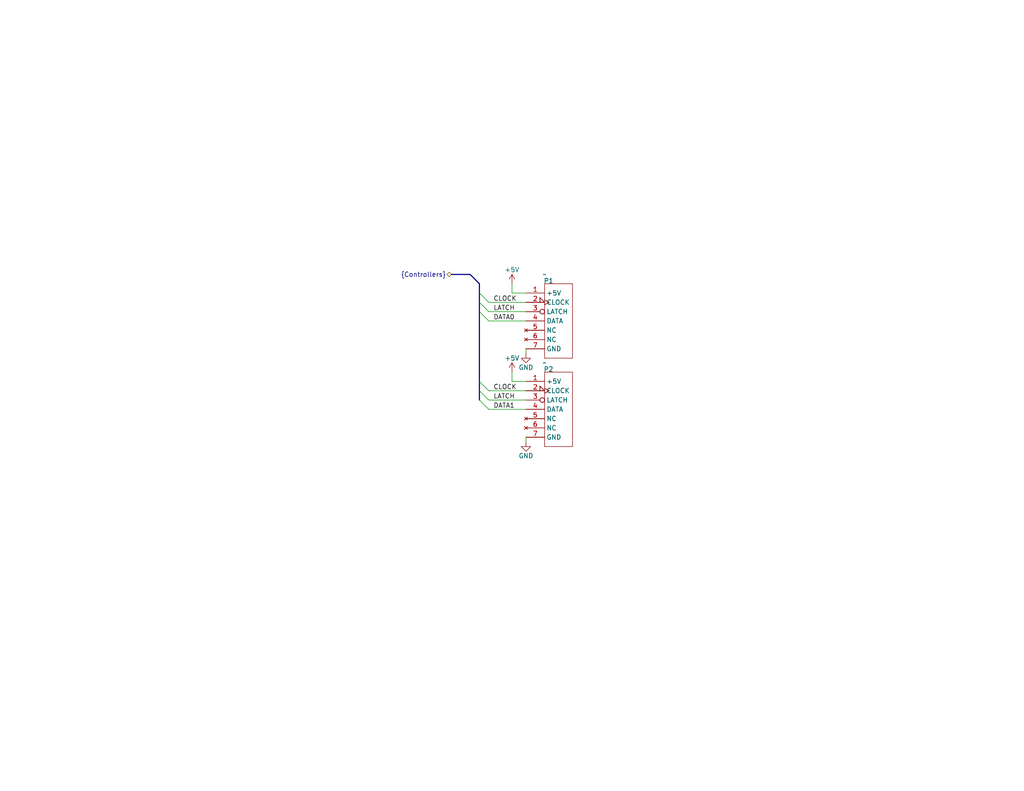
<source format=kicad_sch>
(kicad_sch (version 20230121) (generator eeschema)
  (paper "USLetter")
  (lib_symbols
    (symbol "Turaco:SNES_CONTROLLER"
      (property "Reference" "P" (at 0.2866 -1.7931 0))
      (symbol "SNES_CONTROLLER_0_1"
        (rectangle (start 0 -2.54) (end 7.62 -22.86))
      )
      (symbol "SNES_CONTROLLER_1_1"
        (pin power_in line (at -5.08 -5.08 0) (length 5.08) (name "+5V") (number "1"))
        (pin input clock_low (at -5.08 -7.62 0) (length 5.08) (name "CLOCK") (number "2"))
        (pin input inverted (at -5.08 -10.16 0) (length 5.08) (name "LATCH") (number "3"))
        (pin input line (at -5.08 -12.7 0) (length 5.08) (name "DATA") (number "4"))
        (pin no_connect line (at -5.08 -15.24 0) (length 5.08) (name "NC") (number "5"))
        (pin no_connect line (at -5.08 -17.78 0) (length 5.08) (name "NC") (number "6"))
        (pin power_in line (at -5.08 -20.32 0) (length 5.08) (name "GND") (number "7"))
      )
    )
    (symbol "power:+5V" (power) (pin_names (offset 0))
      (property "Value" "+5V" (at 0 3.556 0))
      (symbol "+5V_0_1"
        (polyline (pts (xy -0.762 1.27) (xy 0 2.54)))
        (polyline (pts (xy 0 0) (xy 0 2.54)))
        (polyline (pts (xy 0 2.54) (xy 0.762 1.27)))
      )
      (symbol "+5V_1_1"
        (pin power_in line (at 0 0 90) (length 0) hide (name "+5V") (number "1"))
      )
    )
    (symbol "power:GND" (power) (pin_names (offset 0))
      (property "Value" "GND" (at 0 -3.81 0))
      (symbol "GND_0_1"
        (polyline (pts (xy 0 0) (xy 0 -1.27) (xy 1.27 -1.27) (xy 0 -2.54) (xy -1.27 -1.27) (xy 0 -1.27)))
      )
      (symbol "GND_1_1"
        (pin power_in line (at 0 0 270) (length 0) hide (name "GND") (number "1"))
      )
    )
  )
  (bus_entry (at 130.81 104.14) (size 2.54 2.54))
  (bus_entry (at 130.81 85.09) (size 2.54 2.54))
  (bus_entry (at 130.81 80.01) (size 2.54 2.54))
  (bus_entry (at 130.81 106.68) (size 2.54 2.54))
  (bus_entry (at 130.81 109.22) (size 2.54 2.54))
  (bus_entry (at 130.81 82.55) (size 2.54 2.54))
  (bus (pts (xy 130.81 104.14) (xy 130.81 106.68)))
  (wire (pts (xy 133.35 111.76) (xy 143.51 111.76)))
  (wire (pts (xy 143.51 96.52) (xy 143.51 95.25)))
  (wire (pts (xy 133.35 87.63) (xy 143.51 87.63)))
  (wire (pts (xy 139.7 77.47) (xy 139.7 80.01)))
  (wire (pts (xy 139.7 80.01) (xy 143.51 80.01)))
  (bus (pts (xy 128.27 74.93) (xy 130.81 77.47)))
  (bus (pts (xy 128.27 74.93) (xy 123.19 74.93)))
  (wire (pts (xy 133.35 85.09) (xy 143.51 85.09)))
  (bus (pts (xy 130.81 85.09) (xy 130.81 104.14)))
  (bus (pts (xy 130.81 80.01) (xy 130.81 82.55)))
  (bus (pts (xy 130.81 106.68) (xy 130.81 109.22)))
  (wire (pts (xy 133.35 82.55) (xy 143.51 82.55)))
  (wire (pts (xy 133.35 109.22) (xy 143.51 109.22)))
  (wire (pts (xy 143.51 120.65) (xy 143.51 119.38)))
  (wire (pts (xy 139.7 104.14) (xy 143.51 104.14)))
  (wire (pts (xy 139.7 101.6) (xy 139.7 104.14)))
  (bus (pts (xy 130.81 77.47) (xy 130.81 80.01)))
  (bus (pts (xy 130.81 82.55) (xy 130.81 85.09)))
  (wire (pts (xy 133.35 106.68) (xy 143.51 106.68)))
  (label "LATCH" (at 134.62 85.09 0))
  (label "DATA0" (at 134.62 87.63 0))
  (label "CLOCK" (at 134.62 82.55 0))
  (label "LATCH" (at 134.62 109.22 0))
  (label "CLOCK" (at 134.62 106.68 0))
  (label "DATA1" (at 134.62 111.76 0))
  (hierarchical_label "{Controllers}" (shape bidirectional) (at 123.19 74.93 180))
  (symbol (lib_id "Turaco:SNES_CONTROLLER") (at 148.59 99.06 0) (unit 1)
    (property "Reference" "P2" (at 148.3333 100.803 0) (effects (justify left)))
    (property "Value" "~" (at 148.59 99.06 0))
  )
  (symbol (lib_id "power:GND") (at 143.51 96.52 0) (unit 1)
    (property "Reference" "#PWR021" (effects hide))
    (property "Value" "GND" (at 143.51 100.33 0))
    (instances (project "Revision 2" (path "" (reference "#PWR021") (unit 1)) (path "" (reference "#PWR0112") (unit 1))))
  )
  (symbol (lib_id "power:+5V") (at 139.7 101.6 0) (unit 1)
    (property "Reference" "#PWR025" (effects hide))
    (property "Value" "+5V" (at 139.7 97.79 0))
    (instances (project "Revision 2" (path "" (reference "#PWR025") (unit 1)) (path "" (reference "#PWR0111") (unit 1))))
  )
  (symbol (lib_id "Turaco:SNES_CONTROLLER") (at 148.59 74.93 0) (unit 1)
    (property "Reference" "P1" (at 148.3333 76.673 0) (effects (justify left)))
    (property "Value" "~" (at 148.59 74.93 0))
  )
  (symbol (lib_id "power:GND") (at 143.51 120.65 0) (unit 1)
    (property "Reference" "#PWR024" (effects hide))
    (property "Value" "GND" (at 143.51 124.46 0))
    (instances (project "Revision 2" (path "" (reference "#PWR024") (unit 1)) (path "" (reference "#PWR0113") (unit 1))))
  )
  (symbol (lib_id "power:+5V") (at 139.7 77.47 0) (unit 1)
    (property "Reference" "#PWR026" (effects hide))
    (property "Value" "+5V" (at 139.7 73.66 0))
    (instances (project "Revision 2" (path "" (reference "#PWR026") (unit 1)) (path "" (reference "#PWR0110") (unit 1))))
  )
)
</source>
